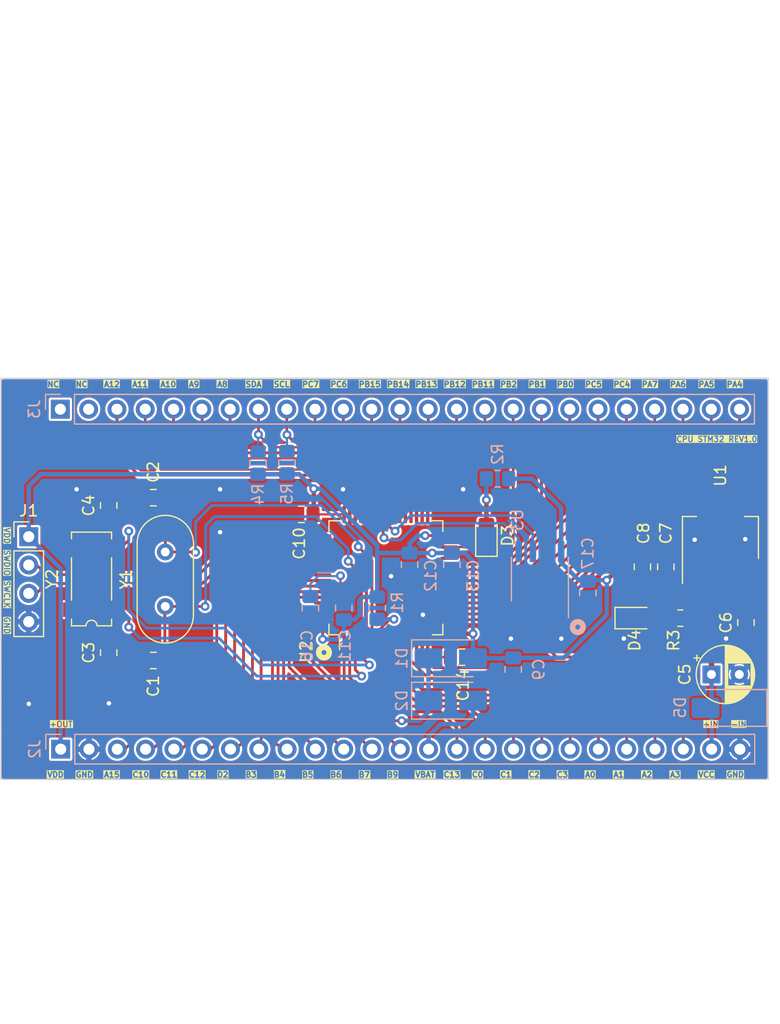
<source format=kicad_pcb>
(kicad_pcb (version 20221018) (generator pcbnew)
  (layers (0 "F.Cu" jumper) (31 "B.Cu" signal) (34 "B.Paste" user) (35 "F.Paste" user) (36 "B.SilkS" user "B.Silkscreen") (37 "F.SilkS" user "F.Silkscreen") (38 "B.Mask" user) (39 "F.Mask" user) (44 "Edge.Cuts" user))
  (net 0 "")
  (net 1 "GND")
  (net 2 "OSC1")
  (net 3 "OSC2")
  (net 4 "RTC1")
  (net 5 "RTC2")
  (net 6 "VCC")
  (net 7 "VDD")
  (net 8 "/Mcu/NRST")
  (net 9 "Net-(U2-PB8)")
  (net 10 "VDDBAT")
  (net 11 "VBT1")
  (net 12 "/Mcu/LED_ON")
  (net 13 "Net-(D3-A)")
  (net 14 "Net-(D4-A)")
  (net 15 "/Mcu/SWDIO")
  (net 16 "/Mcu/SWCLK")
  (net 17 "/Mcu/PA15")
  (net 18 "/Mcu/PC10")
  (net 19 "/Mcu/PC11")
  (net 20 "/Mcu/PC12")
  (net 21 "/Mcu/PD2")
  (net 22 "/Mcu/PB3")
  (net 23 "/Mcu/PB4")
  (net 24 "/Mcu/PB5")
  (net 25 "/Mcu/PB6")
  (net 26 "/Mcu/PB7")
  (net 27 "/Mcu/PB9")
  (net 28 "/Mcu/PC13")
  (net 29 "/Mcu/PC0")
  (net 30 "/Mcu/PC1")
  (net 31 "/Mcu/PC2")
  (net 32 "/Mcu/PC3")
  (net 33 "/Mcu/PA0")
  (net 34 "/Mcu/PA1")
  (net 35 "/Mcu/PA2")
  (net 36 "/Mcu/PA3")
  (net 39 "/Mcu/PA12")
  (net 40 "/Mcu/PA11")
  (net 41 "/Mcu/PA10")
  (net 42 "/Mcu/PA9")
  (net 43 "/Mcu/PA8")
  (net 44 "SDA")
  (net 45 "SCL")
  (net 46 "/Mcu/PC7")
  (net 47 "/Mcu/PC6")
  (net 48 "/Mcu/PB15")
  (net 49 "/Mcu/PB14")
  (net 50 "/Mcu/PB13")
  (net 51 "/Mcu/PB12")
  (net 52 "/Mcu/PB11")
  (net 53 "/Mcu/PB2")
  (net 54 "/Mcu/PB1")
  (net 55 "/Mcu/PB0")
  (net 56 "/Mcu/PC5")
  (net 57 "/Mcu/PC4")
  (net 58 "/Mcu/PA7")
  (net 59 "/Mcu/PA6")
  (net 60 "/Mcu/PA5")
  (net 61 "/Mcu/PA4")
  (footprint "Capacitor_SMD:C_0805_2012Metric_Pad1.18x1.45mm_HandSolder" (layer "F.Cu") (at 171.58 103.32 90)
    (fp_text reference "C8")
    (fp_text value "100nF")
  )
  (footprint "Capacitor_SMD:C_0805_2012Metric_Pad1.18x1.45mm_HandSolder" (layer "F.Cu") (at 127.68 97.12)
    (fp_text reference "C2")
    (fp_text value "12pF")
  )
  (footprint "Capacitor_SMD:C_0805_2012Metric_Pad1.18x1.45mm_HandSolder" (layer "F.Cu") (at 140.98 98.62)
    (fp_text reference "C10")
    (fp_text value "100nF")
  )
  (footprint "Capacitor_THT:CP_Radial_D5.0mm_P2.50mm" (layer "F.Cu") (at 177.774888 112.97)
    (fp_text reference "C5")
    (fp_text value "220x16")
  )
  (footprint "Crystal:Crystal_SMD_SeikoEpson_MC306-4Pin_8.0x3.2mm" (layer "F.Cu") (at 122.14 104.41 90)
    (fp_text reference "Y2")
    (fp_text value "32khz")
  )
  (footprint "LED_SMD:LED_0805_2012Metric_Pad1.15x1.40mm_HandSolder" (layer "F.Cu") (at 157.58 100.52 90)
    (fp_text reference "D3")
    (fp_text value "LED")
  )
  (footprint "LED_SMD:LED_0805_2012Metric_Pad1.15x1.40mm_HandSolder" (layer "F.Cu") (at 170.98 107.92)
    (fp_text reference "D4")
    (fp_text value "LED")
  )
  (footprint "Crystal:Crystal_HC49-4H_Vertical" (layer "F.Cu") (at 128.76 106.87 90)
    (fp_text reference "Y1")
    (fp_text value "25Mhz")
  )
  (footprint "Capacitor_SMD:C_0805_2012Metric_Pad1.18x1.45mm_HandSolder" (layer "F.Cu") (at 123.68 111.02 90)
    (fp_text reference "C3")
    (fp_text value "4.3pF")
  )
  (footprint "Capacitor_SMD:C_0805_2012Metric_Pad1.18x1.45mm_HandSolder" (layer "F.Cu") (at 155.38 111.42 180)
    (fp_text reference "C14")
    (fp_text value "100nF")
  )
  (footprint "Capacitor_SMD:C_0805_2012Metric_Pad1.18x1.45mm_HandSolder" (layer "F.Cu") (at 123.68 97.82 -90)
    (fp_text reference "C4")
    (fp_text value "4.3pF")
  )
  (footprint "Capacitor_SMD:C_0805_2012Metric_Pad1.18x1.45mm_HandSolder" (layer "F.Cu") (at 173.68 103.32 90)
    (fp_text reference "C7")
    (fp_text value "10uF")
  )
  (footprint "Capacitor_SMD:C_0805_2012Metric_Pad1.18x1.45mm_HandSolder" (layer "F.Cu") (at 180.87 108.32 90)
    (fp_text reference "C6")
    (fp_text value "100nF")
  )
  (footprint "Package_TO_SOT_SMD:SOT-223-3_TabPin2" (layer "F.Cu") (at 178.58 100.72 90)
    (fp_text reference "U1")
    (fp_text value "LM1117MP-3.3")
  )
  (footprint "Connector_PinHeader_2.54mm:PinHeader_1x04_P2.54mm_Vertical" (layer "F.Cu") (at 116.505 100.62)
    (fp_text reference "J1")
    (fp_text value "GRAV")
  )
  (footprint "Resistor_SMD:R_0805_2012Metric_Pad1.20x1.40mm_HandSolder" (layer "F.Cu") (at 174.98 107.92 180)
    (fp_text reference "R3")
    (fp_text value "470R")
  )
  (footprint "Package_QFP:LQFP-64_10x10mm_P0.5mm" (layer "F.Cu") (at 148.56 104.3 90)
    (fp_text reference "U2")
    (fp_text value "STM32G431RBTx")
  )
  (footprint "Capacitor_SMD:C_0805_2012Metric_Pad1.18x1.45mm_HandSolder" (layer "F.Cu") (at 127.68 111.72)
    (fp_text reference "C1")
    (fp_text value "12pF")
  )
  (footprint "Capacitor_SMD:C_0805_2012Metric_Pad1.18x1.45mm_HandSolder" (layer "B.Cu") (at 144.78 107.02 -90)
    (fp_text reference "C11")
    (fp_text value "100nF")
  )
  (footprint "Diode_SMD:D_SMA" (layer "B.Cu") (at 154.38 111.52)
    (fp_text reference "D1")
    (fp_text value "US1M")
  )
  (footprint "Package_SO:SOIC-8_3.9x4.9mm_P1.27mm" (layer "B.Cu") (at 162.38 104.42 90)
    (fp_text reference "U3")
    (fp_text value "24LC64")
  )
  (footprint "Resistor_SMD:R_0805_2012Metric_Pad1.20x1.40mm_HandSolder" (layer "B.Cu") (at 137.08 94.02 -90)
    (fp_text reference "R4")
    (fp_text value "4k7")
  )
  (footprint "Capacitor_SMD:C_0805_2012Metric_Pad1.18x1.45mm_HandSolder" (layer "B.Cu") (at 150.68 103.12 90)
    (fp_text reference "C12")
    (fp_text value "100nF")
  )
  (footprint "Connector_PinHeader_2.54mm:PinHeader_1x25_P2.54mm_Vertical" (layer "B.Cu") (at 119.37 119.67 -90)
    (fp_text reference "J2")
    (fp_text value "LADO ESQ")
  )
  (footprint "Diode_SMD:D_SMA" (layer "B.Cu") (at 154.38 115.32)
    (fp_text reference "D2")
    (fp_text value "US1M")
  )
  (footprint "Capacitor_SMD:C_0805_2012Metric_Pad1.18x1.45mm_HandSolder" (layer "B.Cu") (at 159.98 112.52 90)
    (fp_text reference "C9")
    (fp_text value "10uF")
  )
  (footprint "Connector_PinHeader_2.54mm:PinHeader_1x25_P2.54mm_Vertical" (layer "B.Cu") (at 119.34 89.19 -90)
    (fp_text reference "J3")
    (fp_text value "LADO DIR")
  )
  (footprint "Capacitor_SMD:C_0805_2012Metric_Pad1.18x1.45mm_HandSolder" (layer "B.Cu") (at 166.68 105.6575 90)
    (fp_text reference "C17")
    (fp_text value "100nF")
  )
  (footprint "Capacitor_SMD:C_0805_2012Metric_Pad1.18x1.45mm_HandSolder" (layer "B.Cu") (at 141.78 107.02 90)
    (fp_text reference "C16")
    (fp_text value "100nF")
  )
  (footprint "Diode_SMD:D_SMA" (layer "B.Cu") (at 179.24 115.97 180)
    (fp_text reference "D5")
    (fp_text value "SMAJ6.5CA")
  )
  (footprint "Resistor_SMD:R_0805_2012Metric_Pad1.20x1.40mm_HandSolder" (layer "B.Cu") (at 139.68 93.98 -90)
    (fp_text reference "R5")
    (fp_text value "4k7")
  )
  (footprint "Capacitor_SMD:C_0805_2012Metric_Pad1.18x1.45mm_HandSolder" (layer "B.Cu") (at 154.48 103.12 90)
    (fp_text reference "C13")
    (fp_text value "100nF")
  )
  (footprint "Resistor_SMD:R_0805_2012Metric_Pad1.20x1.40mm_HandSolder" (layer "B.Cu") (at 158.58 95.42 180)
    (fp_text reference "R2")
    (fp_text value "470R")
  )
  (footprint "Resistor_SMD:R_0805_2012Metric_Pad1.20x1.40mm_HandSolder" (layer "B.Cu") (at 147.78 107.02 90)
    (fp_text reference "R1")
    (fp_text value "10k")
  )
  (gr_circle (center 165.78 108.72) (end 165.68 108.52) (stroke (width 0.5)) (fill none) (layer "B.SilkS"))
  (gr_circle (center 143 111) (end 143.223607 111) (stroke (width 0.5)) (fill none) (layer "F.SilkS"))
  (gr_line (start 182.88 86.4) (end 182.88 122.39) (stroke (width 0.1)) (layer "Edge.Cuts"))
  (gr_line (start 114.01 86.41) (end 182.88 86.4) (stroke (width 0.1)) (layer "Edge.Cuts"))
  (gr_line (start 182.88 122.39) (end 114 122.39) (stroke (width 0.1)) (layer "Edge.Cuts"))
  (gr_line (start 114 122.39) (end 114.01 86.41) (stroke (width 0.1)) (layer "Edge.Cuts"))
  (gr_text "A12\n" (at 123.19 87.25) (layer "F.SilkS" knockout) (effects (font (size 0.5 0.5) (thickness 0.125)) (justify left bottom)))
  (gr_text "NC\n" (at 118.11 87.25) (layer "F.SilkS" knockout) (effects (font (size 0.5 0.5) (thickness 0.125)) (justify left bottom)))
  (gr_text "VBAT" (at 151.13 122.25) (layer "F.SilkS" knockout) (effects (font (size 0.5 0.5) (thickness 0.125)) (justify left bottom)))
  (gr_text "B6" (at 143.5 122.25) (layer "F.SilkS" knockout) (effects (font (size 0.5 0.5) (thickness 0.125)) (justify left bottom)))
  (gr_text "C13" (at 153.67 122.25) (layer "F.SilkS" knockout) (effects (font (size 0.5 0.5) (thickness 0.125)) (justify left bottom)))
  (gr_text "A1" (at 168.91 122.25) (layer "F.SilkS" knockout) (effects (font (size 0.5 0.5) (thickness 0.125)) (justify left bottom)))
  (gr_text "PB15" (at 146.05 87.25) (layer "F.SilkS" knockout) (effects (font (size 0.5 0.5) (thickness 0.125)) (justify left bottom)))
  (gr_text "SWDIO" (at 114.25 101.75 270) (layer "F.SilkS" knockout) (effects (font (size 0.5 0.5) (thickness 0.1) bold) (justify left bottom)))
  (gr_text "+OUT" (at 118.32 117.73) (layer "F.SilkS" knockout) (effects (font (size 0.5 0.5) (thickness 0.1) bold) (justify left bottom)))
  (gr_text "A2\n" (at 171.45 122.25) (layer "F.SilkS" knockout) (effects (font (size 0.5 0.5) (thickness 0.125)) (justify left bottom)))
  (gr_text "C0" (at 156.21 122.25) (layer "F.SilkS" knockout) (effects (font (size 0.5 0.5) (thickness 0.125)) (justify left bottom)))
  (gr_text "PA5" (at 176.53 87.25) (layer "F.SilkS" knockout) (effects (font (size 0.5 0.5) (thickness 0.125)) (justify left bottom)))
  (gr_text "A0" (at 166.37 122.25) (layer "F.SilkS" knockout) (effects (font (size 0.5 0.5) (thickness 0.125)) (justify left bottom)))
  (gr_text "VCC" (at 176.53 122.25) (layer "F.SilkS" knockout) (effects (font (size 0.5 0.5) (thickness 0.125)) (justify left bottom)))
  (gr_text "D2" (at 133.35 122.25) (layer "F.SilkS" knockout) (effects (font (size 0.5 0.5) (thickness 0.125)) (justify left bottom)))
  (gr_text "A8" (at 133.35 87.25) (layer "F.SilkS" knockout) (effects (font (size 0.5 0.5) (thickness 0.125)) (justify left bottom)))
  (gr_text "VDD" (at 114.25 99.75 270) (layer "F.SilkS" knockout) (effects (font (size 0.5 0.5) (thickness 0.1) bold) (justify left bottom)))
  (gr_text "PA7" (at 171.45 87.25) (layer "F.SilkS" knockout) (effects (font (size 0.5 0.5) (thickness 0.125)) (justify left bottom)))
  (gr_text "A15\n" (at 123.19 122.25) (layer "F.SilkS" knockout) (effects (font (size 0.5 0.5) (thickness 0.125)) (justify left bottom)))
  (gr_text "PB1" (at 161.29 87.25) (layer "F.SilkS" knockout) (effects (font (size 0.5 0.5) (thickness 0.125)) (justify left bottom)))
  (gr_text "PC5" (at 166.37 87.25) (layer "F.SilkS" knockout) (effects (font (size 0.5 0.5) (thickness 0.125)) (justify left bottom)))
  (gr_text "A3\n" (at 173.99 122.25) (layer "F.SilkS" knockout) (effects (font (size 0.5 0.5) (thickness 0.125)) (justify left bottom)))
  (gr_text "SWCLK" (at 114.25 104.5 270) (layer "F.SilkS" knockout) (effects (font (size 0.5 0.5) (thickness 0.1) bold) (justify left bottom)))
  (gr_text "PA4" (at 179.07 87.25) (layer "F.SilkS" knockout) (effects (font (size 0.5 0.5) (thickness 0.125)) (justify left bottom)))
  (gr_text "B9" (at 148.59 122.25) (layer "F.SilkS" knockout) (effects (font (size 0.5 0.5) (thickness 0.125)) (justify left bottom)))
  (gr_text "PB12" (at 153.67 87.25) (layer "F.SilkS" knockout) (effects (font (size 0.5 0.5) (thickness 0.125)) (justify left bottom)))
  (gr_text "C2" (at 161.29 122.25) (layer "F.SilkS" knockout) (effects (font (size 0.5 0.5) (thickness 0.125)) (justify left bottom)))
  (gr_text "B7" (at 146.05 122.25) (layer "F.SilkS" knockout) (effects (font (size 0.5 0.5) (thickness 0.125)) (justify left bottom)))
  (gr_text "PA6" (at 173.99 87.25) (layer "F.SilkS" knockout) (effects (font (size 0.5 0.5) (thickness 0.125)) (justify left bottom)))
  (gr_text "-IN" (at 179.47 117.73) (layer "F.SilkS" knockout) (effects (font (size 0.5 0.5) (thickness 0.1) bold) (justify left bottom)))
  (gr_text "B4" (at 138.43 122.25) (layer "F.SilkS" knockout) (effects (font (size 0.5 0.5) (thickness 0.125)) (justify left bottom)))
  (gr_text "GND" (at 120.65 122.25) (layer "F.SilkS" knockout) (effects (font (size 0.5 0.5) (thickness 0.125)) (justify left bottom)))
  (gr_text "PC6" (at 143.51 87.25) (layer "F.SilkS" knockout) (effects (font (size 0.5 0.5) (thickness 0.125)) (justify left bottom)))
  (gr_text "GND" (at 114.25 107.75 270) (layer "F.SilkS" knockout) (effects (font (size 0.5 0.5) (thickness 0.1) bold) (justify left bottom)))
  (gr_text "C1" (at 158.75 122.25) (layer "F.SilkS" knockout) (effects (font (size 0.5 0.5) (thickness 0.125)) (justify left bottom)))
  (gr_text "SDA" (at 135.89 87.25) (layer "F.SilkS" knockout) (effects (font (size 0.5 0.5) (thickness 0.125)) (justify left bottom)))
  (gr_text "PB2" (at 158.75 87.25) (layer "F.SilkS" knockout) (effects (font (size 0.5 0.5) (thickness 0.125)) (justify left bottom)))
  (gr_text "SCL" (at 138.43 87.25) (layer "F.SilkS" knockout) (effects (font (size 0.5 0.5) (thickness 0.125)) (justify left bottom)))
  (gr_text "PC7" (at 140.97 87.25) (layer "F.SilkS" knockout) (effects (font (size 0.5 0.5) (thickness 0.125)) (justify left bottom)))
  (gr_text "PB0" (at 163.83 87.25) (layer "F.SilkS" knockout) (effects (font (size 0.5 0.5) (thickness 0.125)) (justify left bottom)))
  (gr_text "GND" (at 179.07 122.25) (layer "F.SilkS" knockout) (effects (font (size 0.5 0.5) (thickness 0.125)) (justify left bottom)))
  (gr_text "PB14" (at 148.59 87.25) (layer "F.SilkS" knockout) (effects (font (size 0.5 0.5) (thickness 0.125)) (justify left bottom)))
  (gr_text "C12" (at 130.81 122.25) (layer "F.SilkS" knockout) (effects (font (size 0.5 0.5) (thickness 0.125)) (justify left bottom)))
  (gr_text "CPU STM32 REV1.0\n" (at 174.57 92.17) (layer "F.SilkS" knockout) (effects (font (size 0.5 0.5) (thickness 0.1) bold) (justify left bottom)))
  (gr_text "B5" (at 140.97 122.25) (layer "F.SilkS" knockout) (effects (font (size 0.5 0.5) (thickness 0.125)) (justify left bottom)))
  (gr_text "PB13" (at 151.13 87.25) (layer "F.SilkS" knockout) (effects (font (size 0.5 0.5) (thickness 0.125)) (justify left bottom)))
  (gr_text "PC4" (at 168.91 87.25) (layer "F.SilkS" knockout) (effects (font (size 0.5 0.5) (thickness 0.125)) (justify left bottom)))
  (gr_text "C11" (at 128.27 122.25) (layer "F.SilkS" knockout) (effects (font (size 0.5 0.5) (thickness 0.125)) (justify left bottom)))
  (gr_text "PB11" (at 156.21 87.25) (layer "F.SilkS" knockout) (effects (font (size 0.5 0.5) (thickness 0.125)) (justify left bottom)))
  (gr_text "NC\n" (at 120.65 87.25) (layer "F.SilkS" knockout) (effects (font (size 0.5 0.5) (thickness 0.125)) (justify left bottom)))
  (gr_text "VDD\n" (at 118.11 122.25) (layer "F.SilkS" knockout) (effects (font (size 0.5 0.5) (thickness 0.125)) (justify left bottom)))
  (gr_text "+IN" (at 176.96 117.73) (layer "F.SilkS" knockout) (effects (font (size 0.5 0.5) (thickness 0.1) bold) (justify left bottom)))
  (gr_text "A9" (at 130.81 87.25) (layer "F.SilkS" knockout) (effects (font (size 0.5 0.5) (thickness 0.125)) (justify left bottom)))
  (gr_text "A10\n" (at 128.25 87.25) (layer "F.SilkS" knockout) (effects (font (size 0.5 0.5) (thickness 0.125)) (justify left bottom)))
  (gr_text "C3" (at 163.83 122.25) (layer "F.SilkS" knockout) (effects (font (size 0.5 0.5) (thickness 0.125)) (justify left bottom)))
  (gr_text "C10\n" (at 125.75 122.25) (layer "F.SilkS" knockout) (effects (font (size 0.5 0.5) (thickness 0.125)) (justify left bottom)))
  (gr_text "A11	" (at 125.73 87.25) (layer "F.SilkS" knockout) (effects (font (size 0.5 0.5) (thickness 0.125)) (justify left bottom)))
  (gr_text "B3" (at 135.89 122.25) (layer "F.SilkS" knockout) (effects (font (size 0.5 0.5) (thickness 0.125)) (justify left bottom)))
  (via (at 120.8 96.37) (size 0.8) (drill 0.4) (layers "F.Cu" "B.Cu") (net 1))
  (via (at 169.91 109.75) (size 0.8) (drill 0.4) (layers "F.Cu" "B.Cu") (net 1))
  (via (at 144.71 96.37) (size 0.8) (drill 0.4) (layers "F.Cu" "B.Cu") (net 1))
  (via (at 151.88 107.62) (size 0.8) (drill 0.4) (layers "F.Cu" "B.Cu") (net 1))
  (via (at 179.09 109.75) (size 0.8) (drill 0.4) (layers "F.Cu" "B.Cu") (net 1))
  (via (at 155.49 96.37) (size 0.8) (drill 0.4) (layers "F.Cu" "B.Cu") (net 1))
  (via (at 133.68 100.22) (size 0.8) (drill 0.4) (layers "F.Cu" "B.Cu") (net 1))
  (via (at 149.02 104.16) (size 0.8) (drill 0.4) (layers "F.Cu" "B.Cu") (net 1))
  (via (at 176.27 100.89) (size 0.8) (drill 0.4) (layers "F.Cu" "B.Cu") (net 1))
  (via (at 159.78 109.76) (size 0.8) (drill 0.4) (layers "F.Cu" "B.Cu") (net 1))
  (via (at 123.7 115.56) (size 0.8) (drill 0.4) (layers "F.Cu" "B.Cu") (net 1))
  (via (at 133.68 96.37) (size 0.8) (drill 0.4) (layers "F.Cu" "B.Cu") (net 1))
  (via (at 180.81 100.84) (size 0.8) (drill 0.4) (layers "F.Cu" "B.Cu") (net 1))
  (via (at 164.3 109.76) (size 0.8) (drill 0.4) (layers "F.Cu" "B.Cu") (net 1))
  (via (at 116.51 115.61) (size 0.8) (drill 0.4) (layers "F.Cu" "B.Cu") (net 1))
  (segment (start 132.33 106.87) (end 128.76 106.87) (width 0.25) (layer "F.Cu") (net 2))
  (segment (start 128.7175 111.72) (end 128.7175 106.9125) (width 0.25) (layer "F.Cu") (net 2))
  (segment (start 145.18 102.82) (end 146.81 104.45) (width 0.25) (layer "F.Cu") (net 2))
  (segment (start 146.81 104.45) (end 146.81 109.975) (width 0.25) (layer "F.Cu") (net 2))
  (segment (start 128.7175 106.9125) (end 128.76 106.87) (width 0.2) (layer "F.Cu") (net 2))
  (via (at 132.33 106.87) (size 0.8) (drill 0.4) (layers "F.Cu" "B.Cu") (net 2))
  (via (at 145.18 102.82) (size 0.8) (drill 0.4) (layers "F.Cu" "B.Cu") (net 2))
  (segment (start 145.18 101.72) (end 142.28 98.82) (width 0.25) (layer "B.Cu") (net 2))
  (segment (start 145.18 102.82) (end 145.18 101.72) (width 0.25) (layer "B.Cu") (net 2))
  (segment (start 142.28 98.82) (end 133.18 98.82) (width 0.25) (layer "B.Cu") (net 2))
  (segment (start 132.38 99.62) (end 132.38 106.82) (width 0.25) (layer "B.Cu") (net 2))
  (segment (start 133.18 98.82) (end 132.38 99.62) (width 0.25) (layer "B.Cu") (net 2))
  (segment (start 132.38 106.82) (end 132.33 106.87) (width 0.25) (layer "B.Cu") (net 2))
  (segment (start 128.76 101.99) (end 128.76 97.1625) (width 0.25) (layer "F.Cu") (net 3))
  (segment (start 131.48 102.02) (end 131.45 101.99) (width 0.25) (layer "F.Cu") (net 3))
  (segment (start 146.08 101.52) (end 147.31 102.75) (width 0.25) (layer "F.Cu") (net 3))
  (segment (start 128.76 97.1625) (end 128.7175 97.12) (width 0.2) (layer "F.Cu") (net 3))
  (segment (start 147.31 102.75) (end 147.31 109.975) (width 0.25) (layer "F.Cu") (net 3))
  (segment (start 131.45 101.99) (end 128.76 101.99) (width 0.25) (layer "F.Cu") (net 3))
  (via (at 146.08 101.52) (size 0.8) (drill 0.4) (layers "F.Cu" "B.Cu") (net 3))
  (via (at 131.48 102.02) (size 0.8) (drill 0.4) (layers "F.Cu" "B.Cu") (net 3))
  (segment (start 131.48 99.27) (end 131.48 102.02) (width 0.25) (layer "B.Cu") (net 3))
  (segment (start 146.08 101.12) (end 142.78 97.82) (width 0.25) (layer "B.Cu") (net 3))
  (segment (start 146.08 101.52) (end 146.08 101.12) (width 0.25) (layer "B.Cu") (net 3))
  (segment (start 142.78 97.82) (end 132.93 97.82) (width 0.25) (layer "B.Cu") (net 3))
  (segment (start 132.93 97.82) (end 131.48 99.27) (width 0.25) (layer "B.Cu") (net 3))
  (segment (start 146.38 113.12) (end 145.81 112.55) (width 0.25) (layer "F.Cu") (net 4))
  (segment (start 125.48 107.92) (end 125.48 108.72) (width 0.25) (layer "F.Cu") (net 4))
  (segment (start 123.68 107.17) (end 124.73 107.17) (width 0.25) (layer "F.Cu") (net 4))
  (segment (start 145.81 112.55) (end 145.81 109.975) (width 0.25) (layer "F.Cu") (net 4))
  (segment (start 123.68 107.17) (end 123.68 109.9825) (width 0.25) (layer "F.Cu") (net 4))
  (segment (start 124.73 107.17) (end 125.48 107.92) (width 0.25) (layer "F.Cu") (net 4))
  (via (at 125.48 108.72) (size 0.8) (drill 0.4) (layers "F.Cu" "B.Cu") (net 4))
  (via (at 146.38 113.12) (size 0.8) (drill 0.4) (layers "F.Cu" "B.Cu") (net 4))
  (segment (start 136.98 113.12) (end 133.58 109.72) (width 0.25) (layer "B.Cu") (net 4))
  (segment (start 133.58 109.72) (end 126.48 109.72) (width 0.25) (layer "B.Cu") (net 4))
  (segment (start 146.38 113.12) (end 136.98 113.12) (width 0.25) (layer "B.Cu") (net 4))
  (segment (start 126.48 109.72) (end 125.48 108.72) (width 0.25) (layer "B.Cu") (net 4))
  (segment (start 123.68 101.67) (end 123.68 98.8575) (width 0.25) (layer "F.Cu") (net 5))
  (segment (start 147.08 112.12) (end 146.31 111.35) (width 0.25) (layer "F.Cu") (net 5))
  (segment (start 125.48 100.92) (end 125.48 100.12) (width 0.25) (layer "F.Cu") (net 5))
  (segment (start 146.31 111.35) (end 146.31 109.975) (width 0.25) (layer "F.Cu") (net 5))
  (segment (start 124.73 101.67) (end 125.48 100.92) (width 0.25) (layer "F.Cu") (net 5))
  (segment (start 123.68 101.67) (end 124.73 101.67) (width 0.25) (layer "F.Cu") (net 5))
  (via (at 125.48 100.12) (size 0.8) (drill 0.4) (layers "F.Cu" "B.Cu") (net 5))
  (via (at 147.08 112.12) (size 0.8) (drill 0.4) (layers "F.Cu" "B.Cu") (net 5))
  (segment (start 134.08 108.82) (end 127.08 108.82) (width 0.25) (layer "B.Cu") (net 5))
  (segment (start 137.38 112.12) (end 134.08 108.82) (width 0.25) (layer "B.Cu") (net 5))
  (segment (start 125.48 107.22) (end 125.48 100.12) (width 0.25) (layer "B.Cu") (net 5))
  (segment (start 127.08 108.82) (end 125.48 107.22) (width 0.25) (layer "B.Cu") (net 5))
  (segment (start 147.08 112.12) (end 137.38 112.12) (width 0.25) (layer "B.Cu") (net 5))
  (segment (start 177.824888 113.34) (end 177.774888 113.29) (width 0.5) (layer "F.Cu") (net 6))
  (segment (start 177.774888 113.29) (end 177.774888 108.725112) (width 0.5) (layer "F.Cu") (net 6))
  (segment (start 179.2175 107.2825) (end 180.87 107.2825) (width 0.5) (layer "F.Cu") (net 6))
  (segment (start 180.87 107.2825) (end 180.88 107.2725) (width 0.5) (layer "F.Cu") (net 6))
  (segment (start 180.88 107.2725) (end 180.88 103.87) (width 0.5) (layer "F.Cu") (net 6))
  (segment (start 177.774888 108.725112) (end 179.2175 107.2825) (width 0.5) (layer "F.Cu") (net 6))
  (segment (start 177.79 116.52) (end 177.24 115.97) (width 0.4) (layer "B.Cu") (net 6))
  (segment (start 177.79 119.67) (end 177.79 116.52) (width 0.4) (layer "B.Cu") (net 6))
  (segment (start 177.774888 115.435112) (end 177.774888 113.29) (width 0.4) (layer "B.Cu") (net 6))
  (segment (start 177.24 115.97) (end 177.774888 115.435112) (width 0.4) (layer "B.Cu") (net 6))
  (segment (start 177.774888 113.29) (end 177.824888 113.34) (width 0.4) (layer "B.Cu") (net 6))
  (segment (start 170.68 102.22) (end 168.38 104.52) (width 0.4) (layer "F.Cu") (net 7))
  (segment (start 152.7175 102.0825) (end 152.75 102.05) (width 0.2) (layer "F.Cu") (net 7))
  (segment (start 154.88 109.32) (end 154.3425 109.8575) (width 0.4) (layer "F.Cu") (net 7))
  (segment (start 144.805 98.62) (end 144.81 98.625) (width 0.2) (layer "F.Cu") (net 7))
  (segment (start 178.58 103.87) (end 178.58 97.57) (width 0.5) (layer "F.Cu") (net 7))
  (segment (start 172.38 102.22) (end 173.6425 102.22) (width 0.5) (layer "F.Cu") (net 7))
  (segment (start 173.68 99.82) (end 175.93 97.57) (width 0.5) (layer "F.Cu") (net 7))
  (segment (start 172.38 102.22) (end 170.68 102.22) (width 0.4) (layer "F.Cu") (net 7))
  (segment (start 156.38 109.32) (end 154.88 109.32) (width 0.4) (layer "F.Cu") (net 7))
  (segment (start 142.88 108.055) (end 142.885 108.05) (width 0.25) (layer "F.Cu") (net 7))
  (segment (start 173.68 102.1825) (end 173.68 99.82) (width 0.5) (layer "F.Cu") (net 7))
  (segment (start 154.205 100.52) (end 154.235 100.55) (width 0.25) (layer "F.Cu") (net 7))
  (segment (start 178.58 105.32) (end 175.98 107.92) (width 0.5) (layer "F.Cu") (net 7))
  (segment (start 152.31 109.975) (end 152.31 111.05) (width 0.2) (layer "F.Cu") (net 7))
  (segment (start 142.08 98.5575) (end 142.0175 98.62) (width 0.4) (layer "F.Cu") (net 7))
  (segment (start 152.75 102.05) (end 154.235 102.05) (width 0.2) (layer "F.Cu") (net 7))
  (segment (start 142.88 109.82) (end 142.88 108.055) (width 0.25) (layer "F.Cu") (net 7))
  (segment (start 152.68 111.42) (end 154.3425 111.42) (width 0.2) (layer "F.Cu") (net 7))
  (segment (start 175.93 97.57) (end 178.58 97.57) (width 0.5) (layer "F.Cu") (net 7))
  (segment (start 142.0175 98.62) (end 144.805 98.62) (width 0.2) (layer "F.Cu") (net 7))
  (segment (start 173.6425 102.22) (end 173.68 102.1825) (width 0.5) (layer "F.Cu") (net 7))
  (segment (start 154.3425 109.8575) (end 154.3425 111.42) (width 0.4) (layer "F.Cu") (net 7))
  (segment (start 152.31 111.05) (end 152.68 111.42) (width 0.2) (layer "F.Cu") (net 7))
  (segment (start 152.08 100.52) (end 154.205 100.52) (width 0.25) (layer "F.Cu") (net 7))
  (segment (start 142.08 96.32) (end 142.08 98.5575) (width 0.4) (layer "F.Cu") (net 7))
  (segment (start 178.58 103.87) (end 178.58 105.32) (width 0.5) (layer "F.Cu") (net 7))
  (via (at 168.38 104.52) (size 0.8) (drill 0.4) (layers "F.Cu" "B.Cu") (net 7))
  (via (at 152.08 100.52) (size 0.8) (drill 0.4) (layers "F.Cu" "B.Cu") (net 7))
  (via (at 142.08 96.32) (size 0.8) (drill 0.4) (layers "F.Cu" "B.Cu") (net 7))
  (via (at 156.38 109.32) (size 0.8) (drill 0.4) (layers "F.Cu" "B.Cu") (net 7))
  (via (at 152.7175 102.0825) (size 0.8) (drill 0.4) (layers "F.Cu" "B.Cu") (net 7))
  (via (at 142.88 109.82) (size 0.8) (drill 0.4) (layers "F.Cu" "B.Cu") (net 7))
  (segment (start 116.48 96.12) (end 116.505 96.145) (width 0.4) (layer "B.Cu") (net 7))
  (segment (start 165.88 104.52) (end 168.38 104.52) (width 0.4) (layer "B.Cu") (net 7))
  (segment (start 116.505 96.145) (end 116.505 100.62) (width 0.4) (layer "B.Cu") (net 7))
  (segment (start 147.78 102.0825) (end 150.68 102.0825) (width 0.4) (layer "B.Cu") (net 7))
  (segment (start 155.6425 102.0825) (end 154.48 102.0825) (width 0.4) (layer "B.Cu") (net 7))
  (segment (start 144.78 109.22) (end 144.18 109.82) (width 0.4) (layer "B.Cu") (net 7))
  (segment (start 156.38 111.52) (end 159.9425 111.52) (width 0.4) (layer "B.Cu") (net 7))
  (segment (start 142.68 96.32) (end 142.08 96.32) (width 0.4) (layer "B.Cu") (net 7))
  (segment (start 119.37 120.14) (end 119.37 103.485) (width 0.4) (layer "B.Cu") (net 7))
  (segment (start 164.285 101.945) (end 164.285 102.925) (width 0.4) (layer "B.Cu") (net 7))
  (segment (start 168.38 107.62) (end 168.38 104.52) (width 0.4) (layer "B.Cu") (net 7))
  (segment (start 119.37 103.485) (end 116.505 100.62) (width 0.4) (layer "B.Cu") (net 7))
  (segment (start 147.78 101.42) (end 142.68 96.32) (width 0.4) (layer "B.Cu") (net 7))
  (segment (start 147.78 102.0825) (end 147.78 101.42) (width 0.4) (layer "B.Cu") (net 7))
  (segment (start 144.78 108.0575) (end 144.78 109.22) (width 0.4) (layer "B.Cu") (net 7))
  (segment (start 156.38 102.82) (end 155.6425 102.0825) (width 0.4) (layer "B.Cu") (net 7))
  (segment (start 161.68 95.42) (end 164.285 98.025) (width 0.4) (layer "B.Cu") (net 7))
  (segment (start 146.48 106.02) (end 147.78 106.02) (width 0.4) (layer "B.Cu") (net 7))
  (segment (start 146.18 106.32) (end 146.48 106.02) (width 0.4) (layer "B.Cu") (net 7))
  (segment (start 151.38 100.52) (end 152.08 100.52) (width 0.4) (layer "B.Cu") (net 7))
  (segment (start 137.08 95.02) (end 140.78 95.02) (width 0.4) (layer "B.Cu") (net 7))
  (segment (start 150.68 101.22) (end 151.38 100.52) (width 0.4) (layer "B.Cu") (net 7))
  (segment (start 159.98 111.4825) (end 164.5175 111.4825) (width 0.4) (layer "B.Cu") (net 7))
  (segment (start 152.7175 102.0825) (end 150.68 102.0825) (width 0.4) (layer "B.Cu") (net 7))
  (segment (start 164.285 102.925) (end 165.88 104.52) (width 0.4) (layer "B.Cu") (net 7))
  (segment (start 164.285 98.025) (end 164.285 101.945) (width 0.4) (layer "B.Cu") (net 7))
  (segment (start 159.58 95.42) (end 161.68 95.42) (width 0.4) (layer "B.Cu") (net 7))
  (segment (start 147.78 106.02) (end 147.78 102.0825) (width 0.4) (layer "B.Cu") (net 7))
  (segment (start 144.78 108.0575) (end 145.7425 108.0575) (width 0.4) (layer "B.Cu") (net 7))
  (segment (start 156.38 111.52) (end 156.38 102.82) (width 0.4) (layer "B.Cu") (net 7))
  (segment (start 164.5175 111.4825) (end 168.38 107.62) (width 0.4) (layer "B.Cu") (net 7))
  (segment (start 152.7175 102.0825) (end 154.48 102.0825) (width 0.4) (layer "B.Cu") (net 7))
  (segment (start 150.68 102.0825) (end 150.68 101.22) (width 0.4) (layer "B.Cu") (net 7))
  (segment (start 137.08 95.02) (end 117.58 95.02) (width 0.4) (layer "B.Cu") (net 7))
  (segment (start 145.7425 108.0575) (end 146.18 107.62) (width 0.4) (layer "B.Cu") (net 7))
  (segment (start 117.58 95.02) (end 116.48 96.12) (width 0.4) (layer "B.Cu") (net 7))
  (segment (start 159.9425 111.52) (end 159.98 111.4825) (width 0.4) (layer "B.Cu") (net 7))
  (segment (start 140.78 95.02) (end 142.08 96.32) (width 0.4) (layer "B.Cu") (net 7))
  (segment (start 146.18 107.62) (end 146.18 106.32) (width 0.4) (layer "B.Cu") (net 7))
  (segment (start 144.18 109.82) (end 142.88 109.82) (width 0.4) (layer "B.Cu") (net 7))
  (segment (start 147.81 109.132236) (end 148.922236 108.02) (width 0.25) (layer "F.Cu") (net 8))
  (segment (start 147.81 109.975) (end 147.81 109.132236) (width 0.25) (layer "F.Cu") (net 8))
  (segment (start 148.922236 108.02) (end 149.28 108.02) (width 0.25) (layer "F.Cu") (net 8))
  (via (at 149.28 108.02) (size 0.8) (drill 0.4) (layers "F.Cu" "B.Cu") (net 8))
  (segment (start 147.78 108.02) (end 149.28 108.02) (width 0.4) (layer "B.Cu") (net 8))
  (segment (start 144.48 104.12) (end 144.48 105.82) (width 0.2) (layer "F.Cu") (net 9))
  (segment (start 143.75 106.55) (end 142.885 106.55) (width 0.2) (layer "F.Cu") (net 9))
  (segment (start 144.48 105.82) (end 143.75 106.55) (width 0.2) (layer "F.Cu") (net 9))
  (via (at 144.48 104.12) (size 0.8) (drill 0.4) (layers "F.Cu" "B.Cu") (net 9))
  (segment (start 141.78 105.9825) (end 141.78 104.8575) (width 0.2) (layer "B.Cu") (net 9))
  (segment (start 144.48 104.12) (end 144.4425 104.1575) (width 0.2) (layer "B.Cu") (net 9))
  (segment (start 144.4425 104.1575) (end 142.48 104.1575) (width 0.2) (layer "B.Cu") (net 9))
  (segment (start 141.78 104.8575) (end 142.48 104.1575) (width 0.2) (layer "B.Cu") (net 9))
  (segment (start 149.98 117.12) (end 148.18 117.12) (width 0.25) (layer "F.Cu") (net 10))
  (segment (start 144.81 113.75) (end 144.81 109.975) (width 0.25) (layer "F.Cu") (net 10))
  (segment (start 148.18 117.12) (end 144.81 113.75) (width 0.25) (layer "F.Cu") (net 10))
  (via (at 149.98 117.12) (size 0.8) (drill 0.4) (layers "F.Cu" "B.Cu") (net 10))
  (segment (start 151.58 117.12) (end 149.98 117.12) (width 0.4) (layer "B.Cu") (net 10))
  (segment (start 152.38 111.52) (end 152.38 115.32) (width 0.4) (layer "B.Cu") (net 10))
  (segment (start 152.38 115.32) (end 152.38 116.32) (width 0.4) (layer "B.Cu") (net 10))
  (segment (start 152.39 116.03) (end 152.38 116.02) (width 0.2) (layer "B.Cu") (net 10))
  (segment (start 152.38 116.32) (end 151.58 117.12) (width 0.4) (layer "B.Cu") (net 10))
  (segment (start 152.39 118.51) (end 153.48 117.42) (width 0.4) (layer "B.Cu") (net 11))
  (segment (start 152.39 120.14) (end 152.39 118.51) (width 0.4) (layer "B.Cu") (net 11))
  (segment (start 153.48 117.42) (end 155.58 117.42) (width 0.4) (layer "B.Cu") (net 11))
  (segment (start 155.58 117.42) (end 156.38 116.62) (width 0.4) (layer "B.Cu") (net 11))
  (segment (start 156.38 116.62) (end 156.38 115.32) (width 0.4) (layer "B.Cu") (net 11))
  (segment (start 157.58 101.545) (end 154.24 101.545) (width 0.2) (layer "F.Cu") (net 12))
  (segment (start 154.24 101.545) (end 154.235 101.55) (width 0.2) (layer "F.Cu") (net 12))
  (segment (start 157.58 97.32) (end 157.58 99.495) (width 0.4) (layer "F.Cu") (net 13))
  (via (at 157.58 97.32) (size 0.8) (drill 0.4) (layers "F.Cu" "B.Cu") (net 13))
  (segment (start 157.58 95.42) (end 157.58 97.32) (width 0.4) (layer "B.Cu") (net 13))
  (segment (start 173.98 107.92) (end 172.005 107.92) (width 0.4) (layer "F.Cu") (net 14))
  (segment (start 135.25 100.55) (end 131.78 104.02) (width 0.25) (layer "F.Cu") (net 15))
  (segment (start 142.885 100.55) (end 135.25 100.55) (width 0.25) (layer "F.Cu") (net 15))
  (segment (start 131.78 104.02) (end 118.08 104.02) (width 0.25) (layer "F.Cu") (net 15))
  (segment (start 118.08 104.02) (end 116.82 102.76) (width 0.25) (layer "F.Cu") (net 15))
  (segment (start 116.82 102.76) (end 116.505 102.76) (width 0.25) (layer "F.Cu") (net 15))
  (segment (start 132.08 104.82) (end 135.85 101.05) (width 0.25) (layer "F.Cu") (net 16))
  (segment (start 118.08 104.82) (end 132.08 104.82) (width 0.25) (layer "F.Cu") (net 16))
  (segment (start 117.2 105.7) (end 118.08 104.82) (width 0.25) (layer "F.Cu") (net 16))
  (segment (start 135.85 101.05) (end 142.885 101.05) (width 0.25) (layer "F.Cu") (net 16))
  (segment (start 116.505 105.7) (end 117.2 105.7) (width 0.25) (layer "F.Cu") (net 16))
  (segment (start 133.38 111.42) (end 133.38 104.22) (width 0.25) (layer "F.Cu") (net 17))
  (segment (start 124.66 120.14) (end 133.38 111.42) (width 0.25) (layer "F.Cu") (net 17))
  (segment (start 133.38 104.22) (end 136.05 101.55) (width 0.25) (layer "F.Cu") (net 17))
  (segment (start 136.05 101.55) (end 142.885 101.55) (width 0.25) (layer "F.Cu") (net 17))
  (segment (start 124.45 120.14) (end 124.66 120.14) (width 0.25) (layer "F.Cu") (net 17))
  (segment (start 136.65 102.05) (end 142.885 102.05) (width 0.25) (layer "F.Cu") (net 18))
  (segment (start 126.99 120.14) (end 127.16 120.14) (width 0.25) (layer "F.Cu") (net 18))
  (segment (start 134.18 104.52) (end 136.65 102.05) (width 0.25) (layer "F.Cu") (net 18))
  (segment (start 127.16 120.14) (end 134.18 113.12) (width 0.25) (layer "F.Cu") (net 18))
  (segment (start 134.18 113.12) (end 134.18 104.52) (width 0.25) (layer "F.Cu") (net 18))
  (segment (start 129.76 120.14) (end 134.98 114.92) (width 0.25) (layer "F.Cu") (net 19))
  (segment (start 134.98 104.82) (end 137.25 102.55) (width 0.25) (layer "F.Cu") (net 19))
  (segment (start 134.98 114.92) (end 134.98 104.82) (width 0.25) (layer "F.Cu") (net 19))
  (segment (start 129.53 120.14) (end 129.76 120.14) (width 0.25) (layer "F.Cu") (net 19))
  (segment (start 137.25 102.55) (end 142.885 102.55) (width 0.25) (layer "F.Cu") (net 19))
  (segment (start 137.85 103.05) (end 142.885 103.05) (width 0.25) (layer "F.Cu") (net 20))
  (segment (start 135.78 105.12) (end 137.85 103.05) (width 0.25) (layer "F.Cu") (net 20))
  (segment (start 135.78 116.72) (end 135.78 105.12) (width 0.25) (layer "F.Cu") (net 20))
  (segment (start 132.07 120.14) (end 132.36 120.14) (width 0.25) (layer "F.Cu") (net 20))
  (segment (start 132.36 120.14) (end 135.78 116.72) (width 0.25) (layer "F.Cu") (net 20))
  (segment (start 136.58 105.52) (end 138.55 103.55) (width 0.25) (layer "F.Cu") (net 21))
  (segment (start 134.61 120.14) (end 136.58 118.17) (width 0.25) (layer "F.Cu") (net 21))
  (segment (start 138.55 103.55) (end 142.885 103.55) (width 0.25) (layer "F.Cu") (net 21))
  (segment (start 136.58 118.17) (end 136.58 105.52) (width 0.25) (layer "F.Cu") (net 21))
  (segment (start 137.36 105.9) (end 139.21 104.05) (width 0.25) (layer "F.Cu") (net 22))
  (segment (start 139.21 104.05) (end 142.885 104.05) (width 0.25) (layer "F.Cu") (net 22))
  (segment (start 137.36 119.93) (end 137.36 105.9) (width 0.25) (layer "F.Cu") (net 22))
  (segment (start 137.15 120.14) (end 137.36 119.93) (width 0.25) (layer "F.Cu") (net 22))
  (segment (start 139.81 104.55) (end 142.885 104.55) (width 0.25) (layer "F.Cu") (net 23))
  (segment (start 138.38 118.83) (end 138.38 105.98) (width 0.25) (layer "F.Cu") (net 23))
  (segment (start 138.38 105.98) (end 139.81 104.55) (width 0.25) (layer "F.Cu") (net 23))
  (segment (start 139.69 120.14) (end 138.38 118.83) (width 0.25) (layer "F.Cu") (net 23))
  (segment (start 138.88 106.22) (end 140.05 105.05) (width 0.25) (layer "F.Cu") (net 24))
  (segment (start 142.23 119.57) (end 138.88 116.22) (width 0.25) (layer "F.Cu") (net 24))
  (segment (start 140.05 105.05) (end 142.885 105.05) (width 0.25) (layer "F.Cu") (net 24))
  (segment (start 138.88 116.22) (end 138.88 106.22) (width 0.25) (layer "F.Cu") (net 24))
  (segment (start 142.23 120.14) (end 142.23 119.57) (width 0.25) (layer "F.Cu") (net 24))
  (segment (start 144.77 119.71) (end 139.38 114.32) (width 0.25) (layer "F.Cu") (net 25))
  (segment (start 140.25 105.55) (end 142.885 105.55) (width 0.25) (layer "F.Cu") (net 25))
  (segment (start 139.38 114.32) (end 139.38 106.42) (width 0.25) (layer "F.Cu") (net 25))
  (segment (start 144.77 120.14) (end 144.77 119.71) (width 0.25) (layer "F.Cu") (net 25))
  (segment (start 139.38 106.42) (end 140.25 105.55) (width 0.25) (layer "F.Cu") (net 25))
  (segment (start 147.31 119.75) (end 139.88 112.32) (width 0.25) (layer "F.Cu") (net 26))
  (segment (start 139.88 106.62) (end 140.45 106.05) (width 0.25) (layer "F.Cu") (net 26))
  (segment (start 147.31 120.14) (end 147.31 119.75) (width 0.25) (layer "F.Cu") (net 26))
  (segment (start 140.45 106.05) (end 142.885 106.05) (width 0.25) (layer "F.Cu") (net 26))
  (segment (start 139.88 112.32) (end 139.88 106.62) (width 0.25) (layer "F.Cu") (net 26))
  (segment (start 149.85 120.14) (end 149.85 119.69) (width 0.25) (layer "F.Cu") (net 27))
  (segment (start 140.38 107.62) (end 140.95 107.05) (width 0.25) (layer "F.Cu") (net 27))
  (segment (start 140.95 107.05) (end 142.885 107.05) (width 0.25) (layer "F.Cu") (net 27))
  (segment (start 140.38 110.22) (end 140.38 107.62) (width 0.25) (layer "F.Cu") (net 27))
  (segment (start 149.85 119.69) (end 140.38 110.22) (width 0.25) (layer "F.Cu") (net 27))
  (segment (start 145.31 113.25) (end 148.38 116.32) (width 0.25) (layer "F.Cu") (net 28))
  (segment (start 148.38 116.32) (end 153.48 116.32) (width 0.25) (layer "F.Cu") (net 28))
  (segment (start 145.31 109.975) (end 145.31 113.25) (width 0.25) (layer "F.Cu") (net 28))
  (segment (start 154.93 117.77) (end 154.93 120.14) (width 0.25) (layer "F.Cu") (net 28))
  (segment (start 153.48 116.32) (end 154.93 117.77) (width 0.25) (layer "F.Cu") (net 28))
  (segment (start 150.88 115.82) (end 155.98 115.82) (width 0.25) (layer "F.Cu") (net 29))
  (segment (start 157.47 117.31) (end 157.47 120.14) (width 0.25) (layer "F.Cu") (net 29))
  (segment (start 148.31 113.25) (end 150.88 115.82) (width 0.25) (layer "F.Cu") (net 29))
  (segment (start 148.31 109.975) (end 148.31 113.25) (width 0.25) (layer "F.Cu") (net 29))
  (segment (start 155.98 115.82) (end 157.47 117.31) (width 0.25) (layer "F.Cu") (net 29))
  (segment (start 158.58 115.32) (end 160.01 116.75) (width 0.25) (layer "F.Cu") (net 30))
  (segment (start 151.18 115.32) (end 158.58 115.32) (width 0.25) (layer "F.Cu") (net 30))
  (segment (start 148.81 112.95) (end 151.18 115.32) (width 0.25) (layer "F.Cu") (net 30))
  (segment (start 148.81 109.975) (end 148.81 112.95) (width 0.25) (layer "F.Cu") (net 30))
  (segment (start 160.01 116.75) (end 160.01 120.14) (width 0.25) (layer "F.Cu") (net 30))
  (segment (start 149.31 109.975) (end 149.31 112.65) (width 0.25) (layer "F.Cu") (net 31))
  (segment (start 162.55 116.19) (end 162.55 120.14) (width 0.25) (layer "F.Cu") (net 31))
  (segment (start 161.18 114.82) (end 162.55 116.19) (width 0.25) (layer "F.Cu") (net 31))
  (segment (start 151.48 114.82) (end 161.18 114.82) (width 0.25) (layer "F.Cu") (net 31))
  (segment (start 149.31 112.65) (end 151.48 114.82) (width 0.25) (layer "F.Cu") (net 31))
  (segment (start 149.81 109.975) (end 149.81 112.35) (width 0.25) (layer "F.Cu") (net 32))
  (segment (start 165.09 115.63) (end 165.09 120.14) (width 0.25) (layer "F.Cu") (net 32))
  (segment (start 163.78 114.32) (end 165.09 115.63) (width 0.25) (layer "F.Cu") (net 32))
  (segment (start 151.78 114.32) (end 163.78 114.32) (width 0.25) (layer "F.Cu") (net 32))
  (segment (start 149.81 112.35) (end 151.78 114.32) (width 0.25) (layer "F.Cu") (net 32))
  (segment (start 167.63 120.14) (end 167.63 115.17) (width 0.25) (layer "F.Cu") (net 33))
  (segment (start 166.28 113.82) (end 152.08 113.82) (width 0.25) (layer "F.Cu") (net 33))
  (segment (start 152.08 113.82) (end 150.31 112.05) (width 0.25) (layer "F.Cu") (net 33))
  (segment (start 150.31 112.05) (end 150.31 109.975) (width 0.25) (layer "F.Cu") (net 33))
  (segment (start 167.63 115.17) (end 166.28 113.82) (width 0.25) (layer "F.Cu") (net 33))
  (segment (start 168.88 113.32) (end 170.17 114.61) (width 0.25) (layer "F.Cu") (net 34))
  (segment (start 150.81 111.75) (end 152.38 113.32) (width 0.25) (layer "F.Cu") (net 34))
  (segment (start 152.38 113.32) (end 168.88 113.32) (width 0.25) (layer "F.Cu") (net 34))
  (segment (start 150.81 109.975) (end 150.81 111.75) (width 0.25) (layer "F.Cu") (net 34))
  (segment (start 170.17 114.61) (end 170.17 120.14) (width 0.25) (layer "F.Cu") (net 34))
  (segment (start 152.68 112.82) (end 171.48 112.82) (width 0.25) (layer "F.Cu") (net 35))
  (segment (start 151.31 109.975) (end 151.31 111.45) (width 0.25) (layer "F.Cu") (net 35))
  (segment (start 172.71 114.05) (end 172.71 120.14) (width 0.25) (layer "F.Cu") (net 35))
  (segment (start 151.31 111.45) (end 152.68 112.82) (width 0.25) (layer "F.Cu") (net 35))
  (segment (start 171.48 112.82) (end 172.71 114.05) (width 0.25) (layer "F.Cu") (net 35))
  (segment (start 160.51 108.05) (end 163.86 111.4) (width 0.25) (layer "F.Cu") (net 36))
  (segment (start 154.235 108.05) (end 160.51 108.05) (width 0.25) (layer "F.Cu") (net 36))
  (segment (start 175.25 113.19) (end 175.25 120.14) (width 0.25) (layer "F.Cu") (net 36))
  (segment (start 173.46 111.4) (end 175.25 113.19) (width 0.25) (layer "F.Cu") (net 36))
  (segment (start 163.86 111.4) (end 173.46 111.4) (width 0.25) (layer "F.Cu") (net 36))
  (segment (start 126.36 95.1) (end 124.42 93.16) (width 0.25) (layer "F.Cu") (net 39))
  (segment (start 145.81 98.625) (end 145.81 95.65) (width 0.25) (layer "F.Cu") (net 39))
  (segment (start 145.26 95.1) (end 126.36 95.1) (width 0.25) (layer "F.Cu") (net 39))
  (segment (start 124.42 93.16) (end 124.42 88.72) (width 0.25) (layer "F.Cu") (net 39))
  (segment (start 145.81 95.65) (end 145.26 95.1) (width 0.25) (layer "F.Cu") (net 39))
  (segment (start 124.42 91.32) (end 124.42 88.72) (width 0.25) (layer "F.Cu") (net 39))
  (segment (start 124.41 91.33) (end 124.42 91.32) (width 0.25) (layer "F.Cu") (net 39))
  (segment (start 128.36 94.6) (end 126.96 93.2) (width 0.2) (layer "F.Cu") (net 40))
  (segment (start 145.56 94.6) (end 128.36 94.6) (width 0.2) (layer "F.Cu") (net 40))
  (segment (start 146.31 95.35) (end 145.56 94.6) (width 0.2) (layer "F.Cu") (net 40))
  (segment (start 126.96 93.2) (end 126.96 90.8) (width 0.2) (layer "F.Cu") (net 40))
  (segment (start 126.96 88.72) (end 126.96 90.8) (width 0.25) (layer "F.Cu") (net 40))
  (segment (start 146.31 98.625) (end 146.31 95.35) (width 0.2) (layer "F.Cu") (net 40))
  (segment (start 146.81 95.15) (end 145.76 94.1) (width 0.25) (layer "F.Cu") (net 41))
  (segment (start 129.5 92.76) (end 129.5 88.72) (width 0.25) (layer "F.Cu") (net 41))
  (segment (start 146.81 98.625) (end 146.81 95.15) (width 0.25) (layer "F.Cu") (net 41))
  (segment (start 130.84 94.1) (end 129.5 92.76) (width 0.25) (layer "F.Cu") (net 41))
  (segment (start 145.76 94.1) (end 130.84 94.1) (width 0.25) (layer "F.Cu") (net 41))
  (segment (start 147.31 98.625) (end 147.31 94.95) (width 0.2) (layer "F.Cu") (net 42))
  (segment (start 145.96 93.6) (end 133.26 93.6) (width 0.2) (layer "F.Cu") (net 42))
  (segment (start 132.06 92.4) (end 132.06 90.82) (width 0.2) (layer "F.Cu") (net 42))
  (segment (start 132.06 88.74) (end 132.04 88.72) (width 0.25) (layer "F.Cu") (net 42))
  (segment (start 132.06 90.78) (end 132.06 88.74) (width 0.25) (layer "F.Cu") (net 42))
  (segment (start 133.26 93.6) (end 132.06 92.4) (width 0.2) (layer "F.Cu") (net 42))
  (segment (start 147.31 94.95) (end 145.96 93.6) (width 0.2) (layer "F.Cu") (net 42))
  (segment (start 134.58 92.12) (end 134.58 88.72) (width 0.25) (layer "F.Cu") (net 43))
  (segment (start 147.81 98.625) (end 147.81 94.75) (width 0.25) (layer "F.Cu") (net 43))
  (segment (start 135.56 93.1) (end 134.58 92.12) (width 0.25) (layer "F.Cu") (net 43))
  (segment (start 146.16 93.1) (end 135.56 93.1) (width 0.25) (layer "F.Cu") (net 43))
  (segment (start 147.81 94.75) (end 146.16 93.1) (width 0.25) (layer "F.Cu") (net 43))
  (segment (start 146.36 92.6) (end 138.26 92.6) (width 0.2) (layer "F.Cu") (net 44))
  (segment (start 148.31 98.625) (end 148.31 94.55) (width 0.2) (layer "F.Cu") (net 44))
  (segment (start 148.31 100.65) (end 148.31 98.625) (width 0.25) (layer "F.Cu") (net 44))
  (segment (start 138.26 92.6) (end 137.12 91.46) (width 0.2) (layer "F.Cu") (net 44))
  (segment (start 148.31 94.55) (end 146.36 92.6) (width 0.2) (layer "F.Cu") (net 44))
  (segment (start 137.12 91.46) (end 137.12 88.72) (width 0.25) (layer "F.Cu") (net 44))
  (segment (start 148.38 100.72) (end 148.31 100.65) (width 0.25) (layer "F.Cu") (net 44))
  (via (at 137.12 91.46) (size 0.8) (drill 0.4) (layers "F.Cu" "B.Cu") (net 44))
  (via (at 148.38 100.72) (size 0.8) (drill 0.4) (layers "F.Cu" "B.Cu") (net 44))
  (segment (start 151.372893 99.42) (end 149.872893 100.92) (width 0.25) (layer "B.Cu") (net 44))
  (segment (start 160.475 101.945) (end 160.475 100.745) (width 0.25) (layer "B.Cu") (net 44))
  (segment (start 148.58 100.92) (end 148.38 100.72) (width 0.25) (layer "B.Cu") (net 44))
  (segment (start 137.08 91.5) (end 137.12 91.46) (width 0.2) (layer "B.Cu") (net 44))
  (segment (start 149.872893 100.92) (end 148.58 100.92) (width 0.25) (layer "B.Cu") (net 44))
  (segment (start 160.475 100.745) (end 159.15 99.42) (width 0.25) (layer "B.Cu") (net 44))
  (segment (start 137.08 93.02) (end 137.08 91.5) (width 0.2) (layer "B.Cu") (net 44))
  (segment (start 159.15 99.42) (end 151.372893 99.42) (width 0.25) (layer "B.Cu") (net 44))
  (segment (start 148.81 94.35) (end 146.56 92.1) (width 0.25) (layer "F.Cu") (net 45))
  (segment (start 148.81 99.65) (end 148.81 98.625) (width 0.25) (layer "F.Cu") (net 45))
  (segment (start 146.56 92.1) (end 140.3 92.1) (width 0.25) (layer "F.Cu") (net 45))
  (segment (start 148.81 98.625) (end 148.81 94.35) (width 0.25) (layer "F.Cu") (net 45))
  (segment (start 139.66 91.46) (end 139.66 88.72) (width 0.25) (layer "F.Cu") (net 45))
  (segment (start 140.3 92.1) (end 139.66 91.46) (width 0.25) (layer "F.Cu") (net 45))
  (segment (start 149.28 100.12) (end 148.81 99.65) (width 0.25) (layer "F.Cu") (net 45))
  (segment (start 149.38 100.12) (end 149.28 100.12) (width 0.25) (layer "F.Cu") (net 45))
  (via (at 149.38 100.12) (size 0.8) (drill 0.4) (layers "F.Cu" "B.Cu") (net 45))
  (via (at 139.68 91.48) (size 0.8) (drill 0.4) (layers "F.Cu" "B.Cu") (net 45))
  (segment (start 161.745 100.385) (end 161.745 101.945) (width 0.25) (layer "B.Cu") (net 45))
  (segment (start 160.08 98.72) (end 161.745 100.385) (width 0.25) (layer "B.Cu") (net 45))
  (segment (start 139.68 92.98) (end 139.68 91.48) (width 0.2) (layer "B.Cu") (net 45))
  (segment (start 149.38 100.12) (end 150.78 98.72) (width 0.25) (layer "B.Cu") (net 45))
  (segment (start 150.78 98.72) (end 160.08 98.72) (width 0.25) (layer "B.Cu") (net 45))
  (segment (start 149.31 94.15) (end 146.76 91.6) (width 0.25) (layer "F.Cu") (net 46))
  (segment (start 146.76 91.6) (end 142.66 91.6) (width 0.25) (layer "F.Cu") (net 46))
  (segment (start 142.66 91.6) (end 142.2 91.14) (width 0.25) (layer "F.Cu") (net 46))
  (segment (start 142.2 91.14) (end 142.2 88.72) (width 0.25) (layer "F.Cu") (net 46))
  (segment (start 149.31 98.625) (end 149.31 94.15) (width 0.25) (layer "F.Cu") (net 46))
  (segment (start 146.96 91.1) (end 145.36 91.1) (width 0.25) (layer "F.Cu") (net 47))
  (segment (start 144.74 90.48) (end 144.74 88.72) (width 0.25) (layer "F.Cu") (net 47))
  (segment (start 145.36 91.1) (end 144.74 90.48) (width 0.25) (layer "F.Cu") (net 47))
  (segment (start 149.81 93.95) (end 146.96 91.1) (width 0.25) (layer "F.Cu") (net 47))
  (segment (start 149.81 98.625) (end 149.81 93.95) (width 0.25) (layer "F.Cu") (net 47))
  (segment (start 150.31 93.75) (end 147.28 90.72) (width 0.25) (layer "F.Cu") (net 48))
  (segment (start 150.31 98.625) (end 150.31 93.75) (width 0.25) (layer "F.Cu") (net 48))
  (segment (start 147.28 90.72) (end 147.28 88.72) (width 0.25) (layer "F.Cu") (net 48))
  (segment (start 150.81 98.625) (end 150.81 93.55) (width 0.25) (layer "F.Cu") (net 49))
  (segment (start 150.81 93.55) (end 149.82 92.56) (width 0.25) (layer "F.Cu") (net 49))
  (segment (start 149.82 92.56) (end 149.82 88.72) (width 0.25) (layer "F.Cu") (net 49))
  (segment (start 151.31 98.625) (end 151.31 97.29) (width 0.25) (layer "F.Cu") (net 50))
  (segment (start 151.31 97.29) (end 152.36 96.24) (width 0.25) (layer "F.Cu") (net 50))
  (segment (start 152.36 96.24) (end 152.36 88.72) (width 0.25) (layer "F.Cu") (net 50))
  (segment (start 151.81 97.59) (end 154.9 94.5) (width 0.25) (layer "F.Cu") (net 51))
  (segment (start 154.9 94.5) (end 154.9 88.72) (width 0.25) (layer "F.Cu") (net 51))
  (segment (start 151.81 98.625) (end 151.81 97.59) (width 0.25) (layer "F.Cu") (net 51))
  (segment (start 157.44 92.76) (end 157.44 88.72) (width 0.25) (layer "F.Cu") (net 52))
  (segment (start 152.31 97.89) (end 157.44 92.76) (width 0.25) (layer "F.Cu") (net 52))
  (segment (start 152.31 98.625) (end 152.31 97.89) (width 0.25) (layer "F.Cu") (net 52))
  (segment (start 154.235 103.55) (end 157.61 103.55) (width 0.25) (layer "F.Cu") (net 53))
  (segment (start 157.61 103.55) (end 159.98 101.18) (width 0.25) (layer "F.Cu") (net 53))
  (segment (start 159.98 101.18) (end 159.98 88.72) (width 0.25) (layer "F.Cu") (net 53))
  (segment (start 158.41 104.05) (end 162.52 99.94) (width 0.25) (layer "F.Cu") (net 54))
  (segment (start 162.52 99.94) (end 162.52 88.72) (width 0.25) (layer "F.Cu") (net 54))
  (segment (start 154.235 104.05) (end 158.41 104.05) (width 0.25) (layer "F.Cu") (net 54))
  (segment (start 165.06 88.72) (end 165.06 98.7) (width 0.25) (layer "F.Cu") (net 55))
  (segment (start 165.06 98.7) (end 159.21 104.55) (width 0.25) (layer "F.Cu") (net 55))
  (segment (start 159.21 104.55) (end 154.235 104.55) (width 0.25) (layer "F.Cu") (net 55))
  (segment (start 167.6 97.36) (end 167.6 88.72) (width 0.25) (layer "F.Cu") (net 56))
  (segment (start 159.91 105.05) (end 167.6 97.36) (width 0.25) (layer "F.Cu") (net 56))
  (segment (start 154.235 105.05) (end 159.91 105.05) (width 0.25) (layer "F.Cu") (net 56))
  (segment (start 170.14 96.02) (end 170.14 88.72) (width 0.25) (layer "F.Cu") (net 57))
  (segment (start 160.61 105.55) (end 170.14 96.02) (width 0.25) (layer "F.Cu") (net 57))
  (segment (start 154.235 105.55) (end 160.61 105.55) (width 0.25) (layer "F.Cu") (net 57))
  (segment (start 172.68 94.68) (end 172.68 88.72) (width 0.25) (layer "F.Cu") (net 58))
  (segment (start 154.235 106.05) (end 161.31 106.05) (width 0.25) (layer "F.Cu") (net 58))
  (segment (start 161.31 106.05) (end 172.68 94.68) (width 0.25) (layer "F.Cu") (net 58))
  (segment (start 154.235 106.55) (end 162.01 106.55) (width 0.25) (layer "F.Cu") (net 59))
  (segment (start 175.22 93.34) (end 175.22 88.72) (width 0.25) (layer "F.Cu") (net 59))
  (segment (start 162.01 106.55) (end 175.22 93.34) (width 0.25) (layer "F.Cu") (net 59))
  (segment (start 154.235 107.05) (end 162.71 107.05) (width 0.25) (layer "F.Cu") (net 60))
  (segment (start 177.76 92) (end 177.76 88.72) (width 0.25) (layer "F.Cu") (net 60))
  (segment (start 162.71 107.05) (end 177.76 92) (width 0.25) (layer "F.Cu") (net 60))
  (segment (start 163.51 107.55) (end 180.3 90.76) (width 0.25) (layer "F.Cu") (net 61))
  (segment (start 180.3 90.76) (end 180.3 88.72) (width 0.25) (layer "F.Cu") (net 61))
  (segment (start 154.235 107.55) (end 163.51 107.55) (width 0.25) (layer "F.Cu") (net 61))
  (zone (net 1) (net_name "GND") (layers "F&B.Cu") (connect_pads thru_hole_only (clearance 0.12)) (min_thickness 0.25) (fill yes (thermal_gap 0.15) (thermal_bridge_width 0.5))
    (polygon (pts (xy 113.98 122.5) (xy 114 86.5) (xy 182.9 86.5) (xy 182.88 122.5)))
  )
)
</source>
